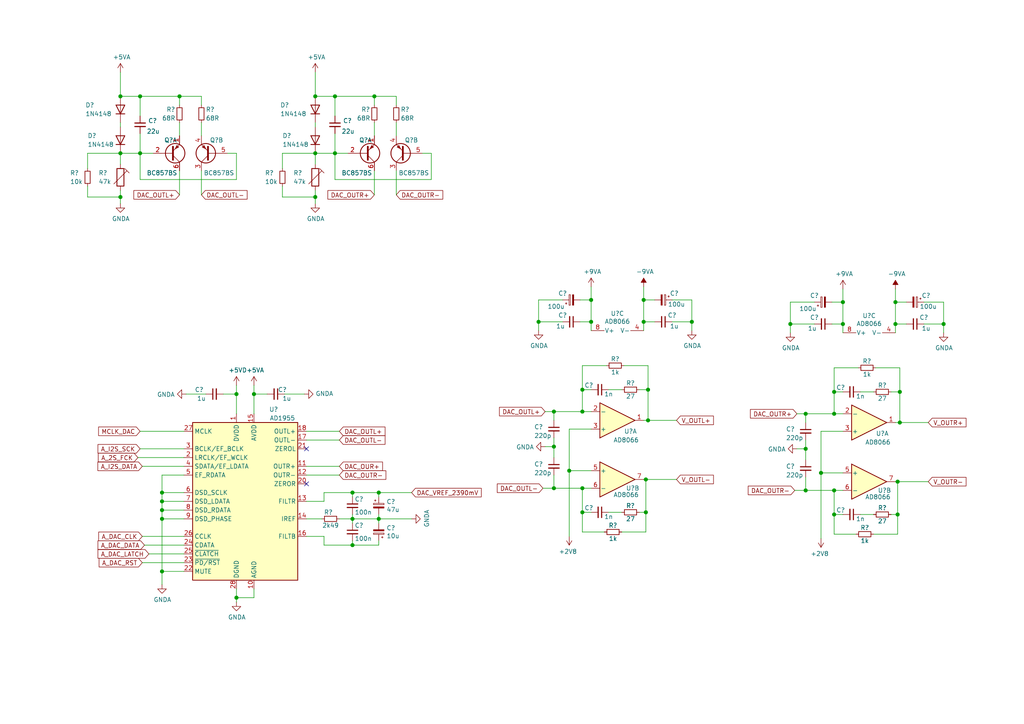
<source format=kicad_sch>
(kicad_sch (version 20210621) (generator eeschema)
  (paper "A4")
  (lib_symbols
    (symbol "DykoDAC3-rescue:+2V8-power" (power) (pin_names (offset 0))
      (property "Value" "+2V8-power" (at 0 3.556 0))
      (symbol "+2V8-power_0_1"
        (polyline (pts (xy -0.762 1.27) (xy 0 2.54)))
        (polyline (pts (xy 0 0) (xy 0 2.54)))
        (polyline (pts (xy 0 2.54) (xy 0.762 1.27)))
      )
      (symbol "+2V8-power_1_1"
        (pin power_in line (at 0 0 90) (length 0) hide (name "+2V8") (number "1"))
      )
    )
    (symbol "DykoDAC3-rescue:+5VA-power" (power) (pin_names (offset 0))
      (property "Value" "+5VA-power" (at 0 3.556 0))
      (symbol "+5VA-power_0_1"
        (polyline (pts (xy -0.762 1.27) (xy 0 2.54)))
        (polyline (pts (xy 0 0) (xy 0 2.54)))
        (polyline (pts (xy 0 2.54) (xy 0.762 1.27)))
      )
      (symbol "+5VA-power_1_1"
        (pin power_in line (at 0 0 90) (length 0) hide (name "+5VA") (number "1"))
      )
    )
    (symbol "DykoDAC3-rescue:+5VD-power" (power) (pin_names (offset 0))
      (property "Value" "+5VD-power" (at 0 3.556 0))
      (symbol "+5VD-power_0_1"
        (polyline (pts (xy -0.762 1.27) (xy 0 2.54)))
        (polyline (pts (xy 0 0) (xy 0 2.54)))
        (polyline (pts (xy 0 2.54) (xy 0.762 1.27)))
      )
      (symbol "+5VD-power_1_1"
        (pin power_in line (at 0 0 90) (length 0) hide (name "+5VD") (number "1"))
      )
    )
    (symbol "DykoDAC3-rescue:+9VA-power" (power) (pin_names (offset 0))
      (property "Value" "+9VA-power" (at 0 3.81 0))
      (symbol "+9VA-power_0_1"
        (polyline (pts (xy -0.762 1.27) (xy 0 2.54)))
        (polyline (pts (xy 0 0) (xy 0 2.54)))
        (polyline (pts (xy 0 2.54) (xy 0.762 1.27)))
      )
      (symbol "+9VA-power_1_1"
        (pin power_in line (at 0 0 90) (length 0) hide (name "+9VA") (number "1"))
      )
    )
    (symbol "DykoDAC3-rescue:-9VA-power" (power) (pin_names (offset 0))
      (property "Value" "-9VA-power" (at 0 3.81 0))
      (symbol "-9VA-power_0_1"
        (polyline (pts (xy 0 0) (xy 0 2.54)))
        (polyline (pts (xy 0.762 1.27) (xy -0.762 1.27) (xy 0 2.54) (xy 0.762 1.27)) (fill (type outline)))
      )
      (symbol "-9VA-power_1_1"
        (pin power_in line (at 0 0 90) (length 0) hide (name "-9VA") (number "1"))
      )
    )
    (symbol "DykoDAC3-rescue:AD1955-Audio"
      (property "Reference" "U" (at 11.43 26.67 0))
      (property "Value" "AD1955-Audio" (at 11.43 24.13 0))
      (symbol "AD1955-Audio_0_1"
        (rectangle (start -15.24 22.86) (end 15.24 -22.86) (stroke (width 0.254)) (fill (type background)))
      )
      (symbol "AD1955-Audio_1_1"
        (pin power_in line (at -2.54 25.4 270) (length 2.54) (name "DVDD") (number "1"))
        (pin power_in line (at 2.54 -25.4 90) (length 2.54) (name "AGND") (number "10"))
        (pin output line (at 17.78 10.16 180) (length 2.54) (name "OUTR+") (number "11"))
        (pin output line (at 17.78 7.62 180) (length 2.54) (name "OUTR-") (number "12"))
        (pin output line (at 17.78 0 180) (length 2.54) (name "FILTR") (number "13"))
        (pin passive line (at 17.78 -5.08 180) (length 2.54) (name "IREF") (number "14"))
        (pin power_in line (at 2.54 25.4 270) (length 2.54) (name "AVDD") (number "15"))
        (pin output line (at 17.78 -10.16 180) (length 2.54) (name "FILTB") (number "16"))
        (pin output line (at 17.78 17.78 180) (length 2.54) (name "OUTL-") (number "17"))
        (pin output line (at 17.78 20.32 180) (length 2.54) (name "OUTL+") (number "18"))
        (pin passive line (at 2.54 -25.4 90) (length 2.54) hide (name "AGND") (number "19"))
        (pin input line (at -17.78 12.7 0) (length 2.54) (name "LRCLK/EF_WCLK") (number "2"))
        (pin output line (at 17.78 5.08 180) (length 2.54) (name "ZEROR") (number "20"))
        (pin output line (at 17.78 15.24 180) (length 2.54) (name "ZEROL") (number "21"))
        (pin input line (at -17.78 -20.32 0) (length 2.54) (name "MUTE") (number "22"))
        (pin input line (at -17.78 -17.78 0) (length 2.54) (name "~{PD/RST}") (number "23"))
        (pin input line (at -17.78 -12.7 0) (length 2.54) (name "CDATA") (number "24"))
        (pin input line (at -17.78 -15.24 0) (length 2.54) (name "~{CLATCH}") (number "25"))
        (pin input line (at -17.78 -10.16 0) (length 2.54) (name "CCLK") (number "26"))
        (pin input line (at -17.78 20.32 0) (length 2.54) (name "MCLK") (number "27"))
        (pin power_in line (at -2.54 -25.4 90) (length 2.54) (name "DGND") (number "28"))
        (pin input line (at -17.78 15.24 0) (length 2.54) (name "BCLK/EF_BCLK") (number "3"))
        (pin input line (at -17.78 10.16 0) (length 2.54) (name "SDATA/EF_LDATA") (number "4"))
        (pin input line (at -17.78 7.62 0) (length 2.54) (name "EF_RDATA") (number "5"))
        (pin bidirectional line (at -17.78 2.54 0) (length 2.54) (name "DSD_SCLK") (number "6"))
        (pin input line (at -17.78 0 0) (length 2.54) (name "DSD_LDATA") (number "7"))
        (pin input line (at -17.78 -2.54 0) (length 2.54) (name "DSD_RDATA") (number "8"))
        (pin bidirectional line (at -17.78 -5.08 0) (length 2.54) (name "DSD_PHASE") (number "9"))
      )
    )
    (symbol "DykoDAC3-rescue:AD8620-Amplifier_Operational" (pin_names (offset 0.127))
      (property "Reference" "U" (at 0 5.08 0))
      (property "Value" "AD8620-Amplifier_Operational" (at 0 -5.08 0))
      (symbol "AD8620-Amplifier_Operational_1_1"
        (polyline (pts (xy -5.08 5.08) (xy 5.08 0) (xy -5.08 -5.08) (xy -5.08 5.08)) (stroke (width 0.254)) (fill (type background)))
        (pin output line (at 7.62 0 180) (length 2.54) (name "~") (number "1"))
        (pin input line (at -7.62 -2.54 0) (length 2.54) (name "-") (number "2"))
        (pin input line (at -7.62 2.54 0) (length 2.54) (name "+") (number "3"))
      )
      (symbol "AD8620-Amplifier_Operational_2_1"
        (polyline (pts (xy -5.08 5.08) (xy 5.08 0) (xy -5.08 -5.08) (xy -5.08 5.08)) (stroke (width 0.254)) (fill (type background)))
        (pin input line (at -7.62 2.54 0) (length 2.54) (name "+") (number "5"))
        (pin input line (at -7.62 -2.54 0) (length 2.54) (name "-") (number "6"))
        (pin output line (at 7.62 0 180) (length 2.54) (name "~") (number "7"))
      )
      (symbol "AD8620-Amplifier_Operational_3_1"
        (pin power_in line (at -2.54 -7.62 90) (length 3.81) (name "V-") (number "4"))
        (pin power_in line (at -2.54 7.62 270) (length 3.81) (name "V+") (number "8"))
      )
    )
    (symbol "DykoDAC3-rescue:BC857BS-Transistor_BJT" (pin_names (offset 0) hide)
      (property "Reference" "Q" (at 5.08 1.27 0))
      (property "Value" "BC857BS-Transistor_BJT" (at 5.08 -1.27 0))
      (symbol "BC857BS-Transistor_BJT_0_1"
        (circle (center 1.27 0) (radius 2.8194) (stroke (width 0.254)))
        (polyline (pts (xy 0.635 0) (xy -2.54 0)))
        (polyline (pts (xy 0.635 0.635) (xy 2.54 2.54)))
        (polyline (pts (xy 0.635 -0.635) (xy 2.54 -2.54) (xy 2.54 -2.54)))
        (polyline (pts (xy 0.635 1.905) (xy 0.635 -1.905) (xy 0.635 -1.905)) (stroke (width 0.508)))
        (polyline (pts (xy 2.286 -1.778) (xy 1.778 -2.286) (xy 1.27 -1.27) (xy 2.286 -1.778) (xy 2.286 -1.778)) (fill (type outline)))
      )
      (symbol "BC857BS-Transistor_BJT_1_1"
        (pin passive line (at 2.54 -5.08 90) (length 2.54) (name "E1") (number "1"))
        (pin input line (at -5.08 0 0) (length 2.54) (name "B1") (number "2"))
        (pin passive line (at 2.54 5.08 270) (length 2.54) (name "C1") (number "6"))
      )
      (symbol "BC857BS-Transistor_BJT_2_1"
        (pin passive line (at 2.54 5.08 270) (length 2.54) (name "C2") (number "3"))
        (pin passive line (at 2.54 -5.08 90) (length 2.54) (name "E2") (number "4"))
        (pin input line (at -5.08 0 0) (length 2.54) (name "B2") (number "5"))
      )
    )
    (symbol "DykoDAC3-rescue:CP_Small-Device" (pin_numbers hide) (pin_names (offset 0.254) hide)
      (property "Reference" "C" (at 0.254 1.778 0))
      (property "Value" "CP_Small-Device" (at 0.254 -2.032 0))
      (symbol "CP_Small-Device_0_1"
        (rectangle (start -1.524 0.6858) (end 1.524 0.3048))
        (rectangle (start -1.524 -0.3048) (end 1.524 -0.6858) (fill (type outline)))
        (polyline (pts (xy -1.27 1.524) (xy -0.762 1.524)))
        (polyline (pts (xy -1.016 1.27) (xy -1.016 1.778)))
      )
      (symbol "CP_Small-Device_1_1"
        (pin passive line (at 0 2.54 270) (length 1.8542) (name "~") (number "1"))
        (pin passive line (at 0 -2.54 90) (length 1.8542) (name "~") (number "2"))
      )
    )
    (symbol "DykoDAC3-rescue:C_Small-Device" (pin_numbers hide) (pin_names (offset 0.254) hide)
      (property "Reference" "C" (at 0.254 1.778 0))
      (property "Value" "C_Small-Device" (at 0.254 -2.032 0))
      (symbol "C_Small-Device_0_1"
        (polyline (pts (xy -1.524 -0.508) (xy 1.524 -0.508)) (stroke (width 0.3302)))
        (polyline (pts (xy -1.524 0.508) (xy 1.524 0.508)) (stroke (width 0.3048)))
      )
      (symbol "C_Small-Device_1_1"
        (pin passive line (at 0 2.54 270) (length 2.032) (name "~") (number "1"))
        (pin passive line (at 0 -2.54 90) (length 2.032) (name "~") (number "2"))
      )
    )
    (symbol "DykoDAC3-rescue:D-Device" (pin_numbers hide) (pin_names (offset 1.016) hide)
      (property "Reference" "D" (at 0 2.54 0))
      (property "Value" "D-Device" (at 0 -2.54 0))
      (symbol "D-Device_0_1"
        (polyline (pts (xy -1.27 1.27) (xy -1.27 -1.27)) (stroke (width 0.254)))
        (polyline (pts (xy 1.27 0) (xy -1.27 0)))
        (polyline (pts (xy 1.27 1.27) (xy 1.27 -1.27) (xy -1.27 0) (xy 1.27 1.27)) (stroke (width 0.254)))
      )
      (symbol "D-Device_1_1"
        (pin passive line (at -3.81 0 0) (length 2.54) (name "K") (number "1"))
        (pin passive line (at 3.81 0 180) (length 2.54) (name "A") (number "2"))
      )
    )
    (symbol "DykoDAC3-rescue:GNDA-power" (power) (pin_names (offset 0))
      (property "Value" "GNDA-power" (at 0 -3.81 0))
      (symbol "GNDA-power_0_1"
        (polyline (pts (xy 0 0) (xy 0 -1.27) (xy 1.27 -1.27) (xy 0 -2.54) (xy -1.27 -1.27) (xy 0 -1.27)))
      )
      (symbol "GNDA-power_1_1"
        (pin power_in line (at 0 0 270) (length 0) hide (name "GNDA") (number "1"))
      )
    )
    (symbol "DykoDAC3-rescue:RTRIM-Device" (pin_numbers hide) (pin_names (offset 0))
      (property "Reference" "R" (at 2.54 -2.54 90))
      (property "Value" "RTRIM-Device" (at -2.54 -0.635 90))
      (symbol "RTRIM-Device_0_1"
        (rectangle (start -1.016 -2.54) (end 1.016 2.54) (stroke (width 0.254)))
        (polyline (pts (xy -1.905 -1.905) (xy 1.905 1.905) (xy 2.54 1.27) (xy 1.27 2.54)))
      )
      (symbol "RTRIM-Device_1_1"
        (pin passive line (at 0 3.81 270) (length 1.27) (name "~") (number "1"))
        (pin passive line (at 0 -3.81 90) (length 1.27) (name "~") (number "2"))
      )
    )
    (symbol "DykoDAC3-rescue:R_Small-Device" (pin_numbers hide) (pin_names (offset 0.254) hide)
      (property "Reference" "R" (at 0.762 0.508 0))
      (property "Value" "R_Small-Device" (at 0.762 -1.016 0))
      (symbol "R_Small-Device_0_1"
        (rectangle (start -0.762 1.778) (end 0.762 -1.778) (stroke (width 0.2032)))
      )
      (symbol "R_Small-Device_1_1"
        (pin passive line (at 0 2.54 270) (length 0.762) (name "~") (number "1"))
        (pin passive line (at 0 -2.54 90) (length 0.762) (name "~") (number "2"))
      )
    )
  )
  (junction (at 34.925 27.94) (diameter 1.016))
  (junction (at 34.925 44.45) (diameter 1.016))
  (junction (at 34.925 57.15) (diameter 1.016))
  (junction (at 40.64 27.94) (diameter 1.016))
  (junction (at 40.64 44.45) (diameter 1.016))
  (junction (at 46.99 142.875) (diameter 1.016))
  (junction (at 46.99 145.415) (diameter 1.016))
  (junction (at 46.99 147.955) (diameter 1.016))
  (junction (at 46.99 150.495) (diameter 1.016))
  (junction (at 46.99 165.735) (diameter 1.016))
  (junction (at 52.07 27.94) (diameter 1.016))
  (junction (at 68.58 114.3) (diameter 1.016))
  (junction (at 68.58 173.355) (diameter 1.016))
  (junction (at 73.66 114.3) (diameter 1.016))
  (junction (at 91.44 27.94) (diameter 1.016))
  (junction (at 91.44 44.45) (diameter 1.016))
  (junction (at 91.44 57.15) (diameter 1.016))
  (junction (at 97.155 27.94) (diameter 1.016))
  (junction (at 97.155 44.45) (diameter 1.016))
  (junction (at 102.235 142.875) (diameter 1.016))
  (junction (at 102.235 150.495) (diameter 1.016))
  (junction (at 102.235 158.115) (diameter 1.016))
  (junction (at 108.585 27.94) (diameter 1.016))
  (junction (at 109.855 142.875) (diameter 1.016))
  (junction (at 109.855 150.495) (diameter 1.016))
  (junction (at 156.21 93.345) (diameter 1.016))
  (junction (at 160.655 119.38) (diameter 1.016))
  (junction (at 160.655 129.54) (diameter 1.016))
  (junction (at 160.655 141.605) (diameter 1.016))
  (junction (at 165.1 136.525) (diameter 1.016))
  (junction (at 168.91 113.03) (diameter 1.016))
  (junction (at 168.91 119.38) (diameter 1.016))
  (junction (at 168.91 141.605) (diameter 1.016))
  (junction (at 168.91 148.59) (diameter 1.016))
  (junction (at 171.45 86.995) (diameter 1.016))
  (junction (at 171.45 93.345) (diameter 1.016))
  (junction (at 186.69 86.995) (diameter 1.016))
  (junction (at 186.69 93.345) (diameter 1.016))
  (junction (at 187.325 139.065) (diameter 1.016))
  (junction (at 187.325 148.59) (diameter 1.016))
  (junction (at 187.96 113.03) (diameter 1.016))
  (junction (at 187.96 121.92) (diameter 1.016))
  (junction (at 200.66 93.345) (diameter 1.016))
  (junction (at 229.235 93.98) (diameter 1.016))
  (junction (at 233.68 120.015) (diameter 1.016))
  (junction (at 233.68 130.175) (diameter 1.016))
  (junction (at 233.68 142.24) (diameter 1.016))
  (junction (at 238.125 137.16) (diameter 1.016))
  (junction (at 241.935 113.665) (diameter 1.016))
  (junction (at 241.935 120.015) (diameter 1.016))
  (junction (at 241.935 142.24) (diameter 1.016))
  (junction (at 241.935 149.225) (diameter 1.016))
  (junction (at 244.475 87.63) (diameter 1.016))
  (junction (at 244.475 93.98) (diameter 1.016))
  (junction (at 259.715 87.63) (diameter 1.016))
  (junction (at 259.715 93.98) (diameter 1.016))
  (junction (at 260.35 139.7) (diameter 1.016))
  (junction (at 260.35 149.225) (diameter 1.016))
  (junction (at 260.985 113.665) (diameter 1.016))
  (junction (at 260.985 122.555) (diameter 1.016))
  (junction (at 273.685 93.98) (diameter 1.016))
  (no_connect (at 88.9 130.175))
  (no_connect (at 88.9 140.335))
  (wire (pts (xy 25.4 44.45) (xy 34.925 44.45)))
  (wire (pts (xy 25.4 48.895) (xy 25.4 44.45)))
  (wire (pts (xy 25.4 53.975) (xy 25.4 57.15)))
  (wire (pts (xy 25.4 57.15) (xy 34.925 57.15)))
  (wire (pts (xy 34.925 20.955) (xy 34.925 27.94)))
  (wire (pts (xy 34.925 27.94) (xy 40.64 27.94)))
  (wire (pts (xy 34.925 36.83) (xy 34.925 35.56)))
  (wire (pts (xy 34.925 44.45) (xy 34.925 47.625)))
  (wire (pts (xy 34.925 55.245) (xy 34.925 57.15)))
  (wire (pts (xy 34.925 57.15) (xy 34.925 59.055)))
  (wire (pts (xy 40.64 27.94) (xy 52.07 27.94)))
  (wire (pts (xy 40.64 33.655) (xy 40.64 27.94)))
  (wire (pts (xy 40.64 38.735) (xy 40.64 44.45)))
  (wire (pts (xy 40.64 44.45) (xy 34.925 44.45)))
  (wire (pts (xy 40.64 44.45) (xy 44.45 44.45)))
  (wire (pts (xy 40.64 52.07) (xy 40.64 44.45)))
  (wire (pts (xy 40.64 125.095) (xy 53.34 125.095)))
  (wire (pts (xy 41.275 135.255) (xy 53.34 135.255)))
  (wire (pts (xy 41.275 155.575) (xy 53.34 155.575)))
  (wire (pts (xy 43.18 160.655) (xy 53.34 160.655)))
  (wire (pts (xy 46.99 137.795) (xy 46.99 142.875)))
  (wire (pts (xy 46.99 142.875) (xy 46.99 145.415)))
  (wire (pts (xy 46.99 145.415) (xy 46.99 147.955)))
  (wire (pts (xy 46.99 147.955) (xy 46.99 150.495)))
  (wire (pts (xy 46.99 150.495) (xy 46.99 165.735)))
  (wire (pts (xy 46.99 165.735) (xy 53.34 165.735)))
  (wire (pts (xy 46.99 169.545) (xy 46.99 165.735)))
  (wire (pts (xy 52.07 27.94) (xy 58.42 27.94)))
  (wire (pts (xy 52.07 30.48) (xy 52.07 27.94)))
  (wire (pts (xy 52.07 35.56) (xy 52.07 39.37)))
  (wire (pts (xy 52.07 49.53) (xy 52.07 56.515)))
  (wire (pts (xy 53.34 130.175) (xy 40.64 130.175)))
  (wire (pts (xy 53.34 132.715) (xy 40.005 132.715)))
  (wire (pts (xy 53.34 137.795) (xy 46.99 137.795)))
  (wire (pts (xy 53.34 142.875) (xy 46.99 142.875)))
  (wire (pts (xy 53.34 145.415) (xy 46.99 145.415)))
  (wire (pts (xy 53.34 147.955) (xy 46.99 147.955)))
  (wire (pts (xy 53.34 150.495) (xy 46.99 150.495)))
  (wire (pts (xy 53.34 158.115) (xy 41.91 158.115)))
  (wire (pts (xy 53.34 163.195) (xy 41.275 163.195)))
  (wire (pts (xy 58.42 27.94) (xy 58.42 30.48)))
  (wire (pts (xy 58.42 35.56) (xy 58.42 39.37)))
  (wire (pts (xy 58.42 49.53) (xy 58.42 56.515)))
  (wire (pts (xy 59.69 114.3) (xy 53.975 114.3)))
  (wire (pts (xy 64.77 114.3) (xy 68.58 114.3)))
  (wire (pts (xy 66.04 44.45) (xy 68.58 44.45)))
  (wire (pts (xy 68.58 44.45) (xy 68.58 52.07)))
  (wire (pts (xy 68.58 52.07) (xy 40.64 52.07)))
  (wire (pts (xy 68.58 114.3) (xy 68.58 111.76)))
  (wire (pts (xy 68.58 120.015) (xy 68.58 114.3)))
  (wire (pts (xy 68.58 170.815) (xy 68.58 173.355)))
  (wire (pts (xy 68.58 173.355) (xy 68.58 174.625)))
  (wire (pts (xy 73.66 114.3) (xy 73.66 111.76)))
  (wire (pts (xy 73.66 120.015) (xy 73.66 114.3)))
  (wire (pts (xy 73.66 170.815) (xy 73.66 173.355)))
  (wire (pts (xy 73.66 173.355) (xy 68.58 173.355)))
  (wire (pts (xy 77.47 114.3) (xy 73.66 114.3)))
  (wire (pts (xy 81.915 44.45) (xy 91.44 44.45)))
  (wire (pts (xy 81.915 48.895) (xy 81.915 44.45)))
  (wire (pts (xy 81.915 53.975) (xy 81.915 57.15)))
  (wire (pts (xy 81.915 57.15) (xy 91.44 57.15)))
  (wire (pts (xy 82.55 114.3) (xy 88.265 114.3)))
  (wire (pts (xy 88.9 135.255) (xy 98.425 135.255)))
  (wire (pts (xy 88.9 145.415) (xy 93.98 145.415)))
  (wire (pts (xy 88.9 155.575) (xy 93.98 155.575)))
  (wire (pts (xy 91.44 20.955) (xy 91.44 27.94)))
  (wire (pts (xy 91.44 27.94) (xy 97.155 27.94)))
  (wire (pts (xy 91.44 36.83) (xy 91.44 35.56)))
  (wire (pts (xy 91.44 44.45) (xy 91.44 47.625)))
  (wire (pts (xy 91.44 55.245) (xy 91.44 57.15)))
  (wire (pts (xy 91.44 57.15) (xy 91.44 59.055)))
  (wire (pts (xy 93.345 150.495) (xy 88.9 150.495)))
  (wire (pts (xy 93.98 142.875) (xy 102.235 142.875)))
  (wire (pts (xy 93.98 145.415) (xy 93.98 142.875)))
  (wire (pts (xy 93.98 155.575) (xy 93.98 158.115)))
  (wire (pts (xy 93.98 158.115) (xy 102.235 158.115)))
  (wire (pts (xy 97.155 27.94) (xy 108.585 27.94)))
  (wire (pts (xy 97.155 33.655) (xy 97.155 27.94)))
  (wire (pts (xy 97.155 38.735) (xy 97.155 44.45)))
  (wire (pts (xy 97.155 44.45) (xy 91.44 44.45)))
  (wire (pts (xy 97.155 44.45) (xy 100.965 44.45)))
  (wire (pts (xy 97.155 52.07) (xy 97.155 44.45)))
  (wire (pts (xy 98.425 125.095) (xy 88.9 125.095)))
  (wire (pts (xy 98.425 127.635) (xy 88.9 127.635)))
  (wire (pts (xy 98.425 137.795) (xy 88.9 137.795)))
  (wire (pts (xy 98.425 150.495) (xy 102.235 150.495)))
  (wire (pts (xy 102.235 142.875) (xy 109.855 142.875)))
  (wire (pts (xy 102.235 144.145) (xy 102.235 142.875)))
  (wire (pts (xy 102.235 149.225) (xy 102.235 150.495)))
  (wire (pts (xy 102.235 150.495) (xy 109.855 150.495)))
  (wire (pts (xy 102.235 151.765) (xy 102.235 150.495)))
  (wire (pts (xy 102.235 156.845) (xy 102.235 158.115)))
  (wire (pts (xy 102.235 158.115) (xy 109.855 158.115)))
  (wire (pts (xy 108.585 27.94) (xy 114.935 27.94)))
  (wire (pts (xy 108.585 30.48) (xy 108.585 27.94)))
  (wire (pts (xy 108.585 35.56) (xy 108.585 39.37)))
  (wire (pts (xy 108.585 49.53) (xy 108.585 56.515)))
  (wire (pts (xy 109.855 142.875) (xy 119.38 142.875)))
  (wire (pts (xy 109.855 144.145) (xy 109.855 142.875)))
  (wire (pts (xy 109.855 149.225) (xy 109.855 150.495)))
  (wire (pts (xy 109.855 150.495) (xy 119.38 150.495)))
  (wire (pts (xy 109.855 151.765) (xy 109.855 150.495)))
  (wire (pts (xy 109.855 156.845) (xy 109.855 158.115)))
  (wire (pts (xy 114.935 27.94) (xy 114.935 30.48)))
  (wire (pts (xy 114.935 35.56) (xy 114.935 39.37)))
  (wire (pts (xy 114.935 49.53) (xy 114.935 56.515)))
  (wire (pts (xy 122.555 44.45) (xy 125.095 44.45)))
  (wire (pts (xy 125.095 44.45) (xy 125.095 52.07)))
  (wire (pts (xy 125.095 52.07) (xy 97.155 52.07)))
  (wire (pts (xy 156.21 86.995) (xy 156.21 93.345)))
  (wire (pts (xy 156.21 93.345) (xy 156.21 95.885)))
  (wire (pts (xy 157.48 141.605) (xy 160.655 141.605)))
  (wire (pts (xy 158.115 119.38) (xy 160.655 119.38)))
  (wire (pts (xy 158.115 129.54) (xy 160.655 129.54)))
  (wire (pts (xy 160.655 119.38) (xy 168.91 119.38)))
  (wire (pts (xy 160.655 121.92) (xy 160.655 119.38)))
  (wire (pts (xy 160.655 127) (xy 160.655 129.54)))
  (wire (pts (xy 160.655 129.54) (xy 160.655 132.715)))
  (wire (pts (xy 160.655 137.795) (xy 160.655 141.605)))
  (wire (pts (xy 160.655 141.605) (xy 168.91 141.605)))
  (wire (pts (xy 163.195 86.995) (xy 156.21 86.995)))
  (wire (pts (xy 163.195 93.345) (xy 156.21 93.345)))
  (wire (pts (xy 165.1 124.46) (xy 165.1 136.525)))
  (wire (pts (xy 165.1 136.525) (xy 165.1 155.575)))
  (wire (pts (xy 168.275 86.995) (xy 171.45 86.995)))
  (wire (pts (xy 168.275 93.345) (xy 171.45 93.345)))
  (wire (pts (xy 168.91 106.045) (xy 168.91 113.03)))
  (wire (pts (xy 168.91 113.03) (xy 168.91 119.38)))
  (wire (pts (xy 168.91 119.38) (xy 171.45 119.38)))
  (wire (pts (xy 168.91 141.605) (xy 171.45 141.605)))
  (wire (pts (xy 168.91 148.59) (xy 168.91 141.605)))
  (wire (pts (xy 168.91 148.59) (xy 171.45 148.59)))
  (wire (pts (xy 168.91 154.305) (xy 168.91 148.59)))
  (wire (pts (xy 168.91 154.305) (xy 175.26 154.305)))
  (wire (pts (xy 171.45 83.185) (xy 171.45 86.995)))
  (wire (pts (xy 171.45 86.995) (xy 171.45 93.345)))
  (wire (pts (xy 171.45 93.345) (xy 171.45 95.885)))
  (wire (pts (xy 171.45 113.03) (xy 168.91 113.03)))
  (wire (pts (xy 171.45 124.46) (xy 165.1 124.46)))
  (wire (pts (xy 171.45 136.525) (xy 165.1 136.525)))
  (wire (pts (xy 175.895 106.045) (xy 168.91 106.045)))
  (wire (pts (xy 180.34 113.03) (xy 176.53 113.03)))
  (wire (pts (xy 180.34 148.59) (xy 176.53 148.59)))
  (wire (pts (xy 180.34 154.305) (xy 187.325 154.305)))
  (wire (pts (xy 180.975 106.045) (xy 187.96 106.045)))
  (wire (pts (xy 185.42 113.03) (xy 187.96 113.03)))
  (wire (pts (xy 185.42 148.59) (xy 187.325 148.59)))
  (wire (pts (xy 186.69 83.185) (xy 186.69 86.995)))
  (wire (pts (xy 186.69 86.995) (xy 186.69 93.345)))
  (wire (pts (xy 186.69 93.345) (xy 186.69 95.885)))
  (wire (pts (xy 186.69 121.92) (xy 187.96 121.92)))
  (wire (pts (xy 186.69 139.065) (xy 187.325 139.065)))
  (wire (pts (xy 187.325 139.065) (xy 196.215 139.065)))
  (wire (pts (xy 187.325 148.59) (xy 187.325 139.065)))
  (wire (pts (xy 187.325 154.305) (xy 187.325 148.59)))
  (wire (pts (xy 187.96 106.045) (xy 187.96 113.03)))
  (wire (pts (xy 187.96 113.03) (xy 187.96 121.92)))
  (wire (pts (xy 187.96 121.92) (xy 196.215 121.92)))
  (wire (pts (xy 189.865 86.995) (xy 186.69 86.995)))
  (wire (pts (xy 189.865 93.345) (xy 186.69 93.345)))
  (wire (pts (xy 194.945 86.995) (xy 200.66 86.995)))
  (wire (pts (xy 194.945 93.345) (xy 200.66 93.345)))
  (wire (pts (xy 200.66 86.995) (xy 200.66 93.345)))
  (wire (pts (xy 200.66 93.345) (xy 200.66 95.885)))
  (wire (pts (xy 229.235 87.63) (xy 229.235 93.98)))
  (wire (pts (xy 229.235 93.98) (xy 229.235 96.52)))
  (wire (pts (xy 230.505 142.24) (xy 233.68 142.24)))
  (wire (pts (xy 231.14 120.015) (xy 233.68 120.015)))
  (wire (pts (xy 231.14 130.175) (xy 233.68 130.175)))
  (wire (pts (xy 233.68 120.015) (xy 241.935 120.015)))
  (wire (pts (xy 233.68 122.555) (xy 233.68 120.015)))
  (wire (pts (xy 233.68 127.635) (xy 233.68 130.175)))
  (wire (pts (xy 233.68 130.175) (xy 233.68 133.35)))
  (wire (pts (xy 233.68 138.43) (xy 233.68 142.24)))
  (wire (pts (xy 233.68 142.24) (xy 241.935 142.24)))
  (wire (pts (xy 236.22 87.63) (xy 229.235 87.63)))
  (wire (pts (xy 236.22 93.98) (xy 229.235 93.98)))
  (wire (pts (xy 238.125 125.095) (xy 238.125 137.16)))
  (wire (pts (xy 238.125 137.16) (xy 238.125 156.21)))
  (wire (pts (xy 241.3 87.63) (xy 244.475 87.63)))
  (wire (pts (xy 241.3 93.98) (xy 244.475 93.98)))
  (wire (pts (xy 241.935 106.68) (xy 241.935 113.665)))
  (wire (pts (xy 241.935 113.665) (xy 241.935 120.015)))
  (wire (pts (xy 241.935 120.015) (xy 244.475 120.015)))
  (wire (pts (xy 241.935 142.24) (xy 244.475 142.24)))
  (wire (pts (xy 241.935 149.225) (xy 241.935 142.24)))
  (wire (pts (xy 241.935 149.225) (xy 244.475 149.225)))
  (wire (pts (xy 241.935 154.94) (xy 241.935 149.225)))
  (wire (pts (xy 241.935 154.94) (xy 248.285 154.94)))
  (wire (pts (xy 244.475 83.82) (xy 244.475 87.63)))
  (wire (pts (xy 244.475 87.63) (xy 244.475 93.98)))
  (wire (pts (xy 244.475 93.98) (xy 244.475 96.52)))
  (wire (pts (xy 244.475 113.665) (xy 241.935 113.665)))
  (wire (pts (xy 244.475 125.095) (xy 238.125 125.095)))
  (wire (pts (xy 244.475 137.16) (xy 238.125 137.16)))
  (wire (pts (xy 248.92 106.68) (xy 241.935 106.68)))
  (wire (pts (xy 253.365 113.665) (xy 249.555 113.665)))
  (wire (pts (xy 253.365 149.225) (xy 249.555 149.225)))
  (wire (pts (xy 253.365 154.94) (xy 260.35 154.94)))
  (wire (pts (xy 254 106.68) (xy 260.985 106.68)))
  (wire (pts (xy 258.445 113.665) (xy 260.985 113.665)))
  (wire (pts (xy 258.445 149.225) (xy 260.35 149.225)))
  (wire (pts (xy 259.715 83.82) (xy 259.715 87.63)))
  (wire (pts (xy 259.715 87.63) (xy 259.715 93.98)))
  (wire (pts (xy 259.715 93.98) (xy 259.715 96.52)))
  (wire (pts (xy 259.715 122.555) (xy 260.985 122.555)))
  (wire (pts (xy 259.715 139.7) (xy 260.35 139.7)))
  (wire (pts (xy 260.35 139.7) (xy 269.24 139.7)))
  (wire (pts (xy 260.35 149.225) (xy 260.35 139.7)))
  (wire (pts (xy 260.35 154.94) (xy 260.35 149.225)))
  (wire (pts (xy 260.985 106.68) (xy 260.985 113.665)))
  (wire (pts (xy 260.985 113.665) (xy 260.985 122.555)))
  (wire (pts (xy 260.985 122.555) (xy 269.24 122.555)))
  (wire (pts (xy 262.89 87.63) (xy 259.715 87.63)))
  (wire (pts (xy 262.89 93.98) (xy 259.715 93.98)))
  (wire (pts (xy 267.97 87.63) (xy 273.685 87.63)))
  (wire (pts (xy 267.97 93.98) (xy 273.685 93.98)))
  (wire (pts (xy 273.685 87.63) (xy 273.685 93.98)))
  (wire (pts (xy 273.685 93.98) (xy 273.685 96.52)))
  (global_label "A_2S_FCK" (shape input) (at 40.005 132.715 180) (property "Intersheet References" "${INTERSHEET_REFS}" (effects hide)))
  (global_label "MCLK_DAC" (shape input) (at 40.64 125.095 180) (property "Intersheet References" "${INTERSHEET_REFS}" (effects hide)))
  (global_label "A_I2S_SCK" (shape input) (at 40.64 130.175 180) (property "Intersheet References" "${INTERSHEET_REFS}" (effects hide)))
  (global_label "A_I2S_DATA" (shape input) (at 41.275 135.255 180) (property "Intersheet References" "${INTERSHEET_REFS}" (effects hide)))
  (global_label "A_DAC_CLK" (shape input) (at 41.275 155.575 180) (property "Intersheet References" "${INTERSHEET_REFS}" (effects hide)))
  (global_label "A_DAC_RST" (shape input) (at 41.275 163.195 180) (property "Intersheet References" "${INTERSHEET_REFS}" (effects hide)))
  (global_label "A_DAC_DATA" (shape input) (at 41.91 158.115 180) (property "Intersheet References" "${INTERSHEET_REFS}" (effects hide)))
  (global_label "A_DAC_LATCH" (shape input) (at 43.18 160.655 180) (property "Intersheet References" "${INTERSHEET_REFS}" (effects hide)))
  (global_label "DAC_OUTL+" (shape input) (at 52.07 56.515 180) (property "Intersheet References" "${INTERSHEET_REFS}" (effects hide)))
  (global_label "DAC_OUTL-" (shape input) (at 58.42 56.515 0) (property "Intersheet References" "${INTERSHEET_REFS}" (effects hide)))
  (global_label "DAC_OUTL+" (shape input) (at 98.425 125.095 0) (property "Intersheet References" "${INTERSHEET_REFS}" (effects hide)))
  (global_label "DAC_OUTL-" (shape input) (at 98.425 127.635 0) (property "Intersheet References" "${INTERSHEET_REFS}" (effects hide)))
  (global_label "DAC_OUR+" (shape input) (at 98.425 135.255 0) (property "Intersheet References" "${INTERSHEET_REFS}" (effects hide)))
  (global_label "DAC_OUTR-" (shape input) (at 98.425 137.795 0) (property "Intersheet References" "${INTERSHEET_REFS}" (effects hide)))
  (global_label "DAC_OUTR+" (shape input) (at 108.585 56.515 180) (property "Intersheet References" "${INTERSHEET_REFS}" (effects hide)))
  (global_label "DAC_OUTR-" (shape input) (at 114.935 56.515 0) (property "Intersheet References" "${INTERSHEET_REFS}" (effects hide)))
  (global_label "DAC_VREF_2390mV" (shape input) (at 119.38 142.875 0) (property "Intersheet References" "${INTERSHEET_REFS}" (effects hide)))
  (global_label "DAC_OUTL-" (shape input) (at 157.48 141.605 180) (property "Intersheet References" "${INTERSHEET_REFS}" (effects hide)))
  (global_label "DAC_OUTL+" (shape input) (at 158.115 119.38 180) (property "Intersheet References" "${INTERSHEET_REFS}" (effects hide)))
  (global_label "V_OUTL+" (shape input) (at 196.215 121.92 0) (property "Intersheet References" "${INTERSHEET_REFS}" (effects hide)))
  (global_label "V_OUTL-" (shape input) (at 196.215 139.065 0) (property "Intersheet References" "${INTERSHEET_REFS}" (effects hide)))
  (global_label "DAC_OUTR-" (shape input) (at 230.505 142.24 180) (property "Intersheet References" "${INTERSHEET_REFS}" (effects hide)))
  (global_label "DAC_OUTR+" (shape input) (at 231.14 120.015 180) (property "Intersheet References" "${INTERSHEET_REFS}" (effects hide)))
  (global_label "V_OUTR+" (shape input) (at 269.24 122.555 0) (property "Intersheet References" "${INTERSHEET_REFS}" (effects hide)))
  (global_label "V_OUTR-" (shape input) (at 269.24 139.7 0) (property "Intersheet References" "${INTERSHEET_REFS}" (effects hide)))
  (symbol (lib_id "DykoDAC3-rescue:+5VA-power") (at 34.925 20.955 0) (unit 1)
    (property "Reference" "#PWR0123" (effects hide))
    (property "Value" "+5VA" (at 35.306 16.5608 0))
  )
  (symbol (lib_id "DykoDAC3-rescue:+5VD-power") (at 68.58 111.76 0) (unit 1)
    (property "Reference" "#PWR0118" (effects hide))
    (property "Value" "+5VD" (at 68.961 107.3658 0))
  )
  (symbol (lib_id "DykoDAC3-rescue:+5VA-power") (at 73.66 111.76 0) (unit 1)
    (property "Reference" "#PWR0120" (effects hide))
    (property "Value" "+5VA" (at 74.041 107.3658 0))
  )
  (symbol (lib_id "DykoDAC3-rescue:+5VA-power") (at 91.44 20.955 0) (unit 1)
    (property "Reference" "#PWR0122" (effects hide))
    (property "Value" "+5VA" (at 91.821 16.5608 0))
  )
  (symbol (lib_id "DykoDAC3-rescue:+2V8-power") (at 165.1 155.575 180) (unit 1)
    (property "Reference" "#PWR0117" (effects hide))
    (property "Value" "+2V8" (at 164.719 159.9692 0))
  )
  (symbol (lib_id "DykoDAC3-rescue:+9VA-power") (at 171.45 83.185 0) (unit 1)
    (property "Reference" "#PWR0136" (effects hide))
    (property "Value" "+9VA" (at 171.831 78.7908 0))
  )
  (symbol (lib_id "DykoDAC3-rescue:-9VA-power") (at 186.69 83.185 0) (unit 1)
    (property "Reference" "#PWR0135" (effects hide))
    (property "Value" "-9VA" (at 187.071 78.7908 0))
  )
  (symbol (lib_id "DykoDAC3-rescue:+2V8-power") (at 238.125 156.21 180) (unit 1)
    (property "Reference" "#PWR0127" (effects hide))
    (property "Value" "+2V8" (at 237.744 160.6042 0))
  )
  (symbol (lib_id "DykoDAC3-rescue:+9VA-power") (at 244.475 83.82 0) (unit 1)
    (property "Reference" "#PWR0133" (effects hide))
    (property "Value" "+9VA" (at 244.856 79.4258 0))
  )
  (symbol (lib_id "DykoDAC3-rescue:-9VA-power") (at 259.715 83.82 0) (unit 1)
    (property "Reference" "#PWR0134" (effects hide))
    (property "Value" "-9VA" (at 260.096 79.4258 0))
  )
  (symbol (lib_id "DykoDAC3-rescue:GNDA-power") (at 34.925 59.055 0) (unit 1)
    (property "Reference" "#PWR0124" (effects hide))
    (property "Value" "GNDA" (at 35.052 63.4492 0))
  )
  (symbol (lib_id "DykoDAC3-rescue:GNDA-power") (at 46.99 169.545 0) (unit 1)
    (property "Reference" "#PWR0115" (effects hide))
    (property "Value" "GNDA" (at 47.117 173.9392 0))
  )
  (symbol (lib_id "DykoDAC3-rescue:GNDA-power") (at 53.975 114.3 270) (unit 1)
    (property "Reference" "#PWR0119" (effects hide))
    (property "Value" "GNDA" (at 50.7238 114.427 90) (effects (justify right)))
  )
  (symbol (lib_id "DykoDAC3-rescue:GNDA-power") (at 68.58 174.625 0) (unit 1)
    (property "Reference" "#PWR0114" (effects hide))
    (property "Value" "GNDA" (at 68.707 179.0192 0))
  )
  (symbol (lib_id "DykoDAC3-rescue:GNDA-power") (at 88.265 114.3 90) (unit 1)
    (property "Reference" "#PWR0121" (effects hide))
    (property "Value" "GNDA" (at 91.5162 114.173 90) (effects (justify right)))
  )
  (symbol (lib_id "DykoDAC3-rescue:GNDA-power") (at 91.44 59.055 0) (unit 1)
    (property "Reference" "#PWR0126" (effects hide))
    (property "Value" "GNDA" (at 91.567 63.4492 0))
  )
  (symbol (lib_id "DykoDAC3-rescue:GNDA-power") (at 119.38 150.495 90) (unit 1)
    (property "Reference" "#PWR0116" (effects hide))
    (property "Value" "GNDA" (at 123.7742 150.368 0))
  )
  (symbol (lib_id "DykoDAC3-rescue:GNDA-power") (at 156.21 95.885 0) (unit 1)
    (property "Reference" "#PWR0129" (effects hide))
    (property "Value" "GNDA" (at 156.337 100.2792 0))
  )
  (symbol (lib_id "DykoDAC3-rescue:GNDA-power") (at 158.115 129.54 270) (unit 1)
    (property "Reference" "#PWR0125" (effects hide))
    (property "Value" "GNDA" (at 154.8892 129.667 90) (effects (justify right)))
  )
  (symbol (lib_id "DykoDAC3-rescue:GNDA-power") (at 200.66 95.885 0) (unit 1)
    (property "Reference" "#PWR0130" (effects hide))
    (property "Value" "GNDA" (at 200.787 100.2792 0))
  )
  (symbol (lib_id "DykoDAC3-rescue:GNDA-power") (at 229.235 96.52 0) (unit 1)
    (property "Reference" "#PWR0132" (effects hide))
    (property "Value" "GNDA" (at 229.362 100.9142 0))
  )
  (symbol (lib_id "DykoDAC3-rescue:GNDA-power") (at 231.14 130.175 270) (unit 1)
    (property "Reference" "#PWR0128" (effects hide))
    (property "Value" "GNDA" (at 227.9142 130.302 90) (effects (justify right)))
  )
  (symbol (lib_id "DykoDAC3-rescue:GNDA-power") (at 273.685 96.52 0) (unit 1)
    (property "Reference" "#PWR0131" (effects hide))
    (property "Value" "GNDA" (at 273.812 100.9142 0))
  )
  (symbol (lib_id "DykoDAC3-rescue:R_Small-Device") (at 25.4 51.435 0) (unit 1)
    (property "Reference" "R?" (at 20.32 50.165 0) (effects (justify left)))
    (property "Value" "10k" (at 20.32 52.705 0) (effects (justify left)))
  )
  (symbol (lib_id "DykoDAC3-rescue:R_Small-Device") (at 52.07 33.02 0) (unit 1)
    (property "Reference" "R?" (at 48.26 31.75 0) (effects (justify left)))
    (property "Value" "68R" (at 46.99 34.29 0) (effects (justify left)))
  )
  (symbol (lib_id "DykoDAC3-rescue:R_Small-Device") (at 58.42 33.02 0) (unit 1)
    (property "Reference" "R?" (at 59.69 31.75 0) (effects (justify left)))
    (property "Value" "68R" (at 59.69 34.29 0) (effects (justify left)))
  )
  (symbol (lib_id "DykoDAC3-rescue:R_Small-Device") (at 81.915 51.435 0) (unit 1)
    (property "Reference" "R?" (at 76.835 50.165 0) (effects (justify left)))
    (property "Value" "10k" (at 76.835 52.705 0) (effects (justify left)))
  )
  (symbol (lib_id "DykoDAC3-rescue:R_Small-Device") (at 95.885 150.495 270) (unit 1)
    (property "Reference" "R?" (at 95.25 148.59 90))
    (property "Value" "2k49" (at 95.885 152.4 90))
  )
  (symbol (lib_id "DykoDAC3-rescue:R_Small-Device") (at 108.585 33.02 0) (unit 1)
    (property "Reference" "R?" (at 104.775 31.75 0) (effects (justify left)))
    (property "Value" "68R" (at 103.505 34.29 0) (effects (justify left)))
  )
  (symbol (lib_id "DykoDAC3-rescue:R_Small-Device") (at 114.935 33.02 0) (unit 1)
    (property "Reference" "R?" (at 116.205 31.75 0) (effects (justify left)))
    (property "Value" "68R" (at 116.205 34.29 0) (effects (justify left)))
  )
  (symbol (lib_id "DykoDAC3-rescue:R_Small-Device") (at 177.8 154.305 270) (unit 1)
    (property "Reference" "R?" (at 177.8 152.4 90))
    (property "Value" "1k" (at 177.8 156.21 90))
  )
  (symbol (lib_id "DykoDAC3-rescue:R_Small-Device") (at 178.435 106.045 270) (unit 1)
    (property "Reference" "R?" (at 178.435 104.14 90))
    (property "Value" "1k" (at 178.435 107.95 90))
  )
  (symbol (lib_id "DykoDAC3-rescue:R_Small-Device") (at 182.88 113.03 270) (unit 1)
    (property "Reference" "R?" (at 182.88 111.125 90))
    (property "Value" "27" (at 182.88 114.935 90))
  )
  (symbol (lib_id "DykoDAC3-rescue:R_Small-Device") (at 182.88 148.59 270) (unit 1)
    (property "Reference" "R?" (at 182.88 146.685 90))
    (property "Value" "27" (at 182.88 150.495 90))
  )
  (symbol (lib_id "DykoDAC3-rescue:R_Small-Device") (at 250.825 154.94 270) (unit 1)
    (property "Reference" "R?" (at 250.825 153.035 90))
    (property "Value" "1k" (at 250.825 156.845 90))
  )
  (symbol (lib_id "DykoDAC3-rescue:R_Small-Device") (at 251.46 106.68 270) (unit 1)
    (property "Reference" "R?" (at 251.46 104.775 90))
    (property "Value" "1k" (at 251.46 108.585 90))
  )
  (symbol (lib_id "DykoDAC3-rescue:R_Small-Device") (at 255.905 113.665 270) (unit 1)
    (property "Reference" "R?" (at 255.905 111.76 90))
    (property "Value" "27" (at 255.905 115.57 90))
  )
  (symbol (lib_id "DykoDAC3-rescue:R_Small-Device") (at 255.905 149.225 270) (unit 1)
    (property "Reference" "R?" (at 255.905 147.32 90))
    (property "Value" "27" (at 255.905 151.13 90))
  )
  (symbol (lib_id "DykoDAC3-rescue:AD8620-Amplifier_Operational") (at 179.07 93.345 90) (unit 3)
    (property "Reference" "U?" (at 179.07 90.932 90))
    (property "Value" "AD8066" (at 179.07 93.2434 90))
    (property "Footprint" "Housings_SSOP:MSOP-8_3x3mm_Pitch0.65mm" (effects hide))
    (property "Datasheet" "https://www.analog.com/media/en/technical-documentation/data-sheets/AD8610_8620.pdf" (effects hide))
  )
  (symbol (lib_id "DykoDAC3-rescue:AD8620-Amplifier_Operational") (at 252.095 93.98 90) (unit 3)
    (property "Reference" "U?" (at 252.095 91.567 90))
    (property "Value" "AD8066" (at 252.095 93.8784 90))
    (property "Footprint" "Housings_SSOP:MSOP-8_3x3mm_Pitch0.65mm" (effects hide))
    (property "Datasheet" "https://www.analog.com/media/en/technical-documentation/data-sheets/AD8610_8620.pdf" (effects hide))
  )
  (symbol (lib_id "DykoDAC3-rescue:CP_Small-Device") (at 109.855 146.685 0) (unit 1)
    (property "Reference" "C?" (at 112.0902 145.5166 0) (effects (justify left)))
    (property "Value" "47u" (at 112.0902 147.828 0) (effects (justify left)))
  )
  (symbol (lib_id "DykoDAC3-rescue:CP_Small-Device") (at 109.855 154.305 180) (unit 1)
    (property "Reference" "C?" (at 112.0902 153.1366 0) (effects (justify right)))
    (property "Value" "10u" (at 112.0902 155.448 0) (effects (justify right)))
  )
  (symbol (lib_id "DykoDAC3-rescue:CP_Small-Device") (at 165.735 86.995 90) (unit 1)
    (property "Reference" "C?" (at 163.195 85.09 90))
    (property "Value" "100u" (at 161.29 88.9 90))
    (property "Footprint" "Capacitors_ThroughHole:CP_Radial_D6.3mm_P2.50mm" (effects hide))
  )
  (symbol (lib_id "DykoDAC3-rescue:CP_Small-Device") (at 192.405 86.995 270) (unit 1)
    (property "Reference" "C?" (at 195.58 85.09 90))
    (property "Value" "100u" (at 196.215 88.265 90))
    (property "Footprint" "Capacitors_ThroughHole:CP_Radial_D6.3mm_P2.50mm" (effects hide))
  )
  (symbol (lib_id "DykoDAC3-rescue:CP_Small-Device") (at 238.76 87.63 90) (unit 1)
    (property "Reference" "C?" (at 236.22 85.725 90))
    (property "Value" "100u" (at 234.315 89.535 90))
    (property "Footprint" "Capacitors_ThroughHole:CP_Radial_D6.3mm_P2.50mm" (effects hide))
  )
  (symbol (lib_id "DykoDAC3-rescue:CP_Small-Device") (at 265.43 87.63 270) (unit 1)
    (property "Reference" "C?" (at 268.605 85.725 90))
    (property "Value" "100u" (at 269.24 88.9 90))
    (property "Footprint" "Capacitors_ThroughHole:CP_Radial_D6.3mm_P2.50mm" (effects hide))
  )
  (symbol (lib_id "DykoDAC3-rescue:C_Small-Device") (at 40.64 36.195 0) (unit 1)
    (property "Reference" "C?" (at 42.9768 35.0266 0) (effects (justify left)))
    (property "Value" "22u" (at 42.545 38.1 0) (effects (justify left)))
  )
  (symbol (lib_id "DykoDAC3-rescue:C_Small-Device") (at 62.23 114.3 90) (unit 1)
    (property "Reference" "C?" (at 57.785 113.03 90))
    (property "Value" "1u" (at 58.42 115.57 90))
  )
  (symbol (lib_id "DykoDAC3-rescue:C_Small-Device") (at 80.01 114.3 270) (unit 1)
    (property "Reference" "C?" (at 81.915 113.03 90))
    (property "Value" "1u" (at 83.185 115.57 90))
  )
  (symbol (lib_id "DykoDAC3-rescue:C_Small-Device") (at 97.155 36.195 0) (unit 1)
    (property "Reference" "C?" (at 99.4918 35.0266 0) (effects (justify left)))
    (property "Value" "22u" (at 99.06 38.1 0) (effects (justify left)))
  )
  (symbol (lib_id "DykoDAC3-rescue:C_Small-Device") (at 102.235 146.685 0) (unit 1)
    (property "Reference" "C?" (at 102.87 144.78 0) (effects (justify left)))
    (property "Value" "100n" (at 102.87 148.59 0) (effects (justify left)))
  )
  (symbol (lib_id "DykoDAC3-rescue:C_Small-Device") (at 102.235 154.305 0) (unit 1)
    (property "Reference" "C?" (at 102.87 152.4 0) (effects (justify left)))
    (property "Value" "100n" (at 102.87 156.21 0) (effects (justify left)))
  )
  (symbol (lib_id "DykoDAC3-rescue:C_Small-Device") (at 160.655 124.46 0) (unit 1)
    (property "Reference" "C?" (at 154.94 123.825 0) (effects (justify left)))
    (property "Value" "220p" (at 154.94 126.365 0) (effects (justify left)))
  )
  (symbol (lib_id "DykoDAC3-rescue:C_Small-Device") (at 160.655 135.255 0) (unit 1)
    (property "Reference" "C?" (at 154.94 134.62 0) (effects (justify left)))
    (property "Value" "220p" (at 154.94 137.16 0) (effects (justify left)))
  )
  (symbol (lib_id "DykoDAC3-rescue:C_Small-Device") (at 165.735 93.345 270) (unit 1)
    (property "Reference" "C?" (at 163.195 91.44 90))
    (property "Value" "1u" (at 162.56 94.615 90))
  )
  (symbol (lib_id "DykoDAC3-rescue:C_Small-Device") (at 173.99 113.03 270) (unit 1)
    (property "Reference" "C?" (at 170.815 111.76 90))
    (property "Value" "1n" (at 176.53 114.3 90))
  )
  (symbol (lib_id "DykoDAC3-rescue:C_Small-Device") (at 173.99 148.59 270) (unit 1)
    (property "Reference" "C?" (at 170.815 147.32 90))
    (property "Value" "1n" (at 176.53 149.86 90))
  )
  (symbol (lib_id "DykoDAC3-rescue:C_Small-Device") (at 192.405 93.345 270) (unit 1)
    (property "Reference" "C?" (at 194.945 91.44 90))
    (property "Value" "1u" (at 195.58 94.615 90))
  )
  (symbol (lib_id "DykoDAC3-rescue:C_Small-Device") (at 233.68 125.095 0) (unit 1)
    (property "Reference" "C?" (at 227.965 124.46 0) (effects (justify left)))
    (property "Value" "220p" (at 227.965 127 0) (effects (justify left)))
  )
  (symbol (lib_id "DykoDAC3-rescue:C_Small-Device") (at 233.68 135.89 0) (unit 1)
    (property "Reference" "C?" (at 227.965 135.255 0) (effects (justify left)))
    (property "Value" "220p" (at 227.965 137.795 0) (effects (justify left)))
  )
  (symbol (lib_id "DykoDAC3-rescue:C_Small-Device") (at 238.76 93.98 270) (unit 1)
    (property "Reference" "C?" (at 236.22 92.075 90))
    (property "Value" "1u" (at 235.585 95.25 90))
  )
  (symbol (lib_id "DykoDAC3-rescue:C_Small-Device") (at 247.015 113.665 270) (unit 1)
    (property "Reference" "C?" (at 243.84 112.395 90))
    (property "Value" "1n" (at 249.555 114.935 90))
  )
  (symbol (lib_id "DykoDAC3-rescue:C_Small-Device") (at 247.015 149.225 270) (unit 1)
    (property "Reference" "C?" (at 243.84 147.955 90))
    (property "Value" "1n" (at 249.555 150.495 90))
  )
  (symbol (lib_id "DykoDAC3-rescue:C_Small-Device") (at 265.43 93.98 270) (unit 1)
    (property "Reference" "C?" (at 267.97 92.075 90))
    (property "Value" "1u" (at 268.605 95.25 90))
  )
  (symbol (lib_id "DykoDAC3-rescue:D-Device") (at 34.925 31.75 90) (unit 1)
    (property "Reference" "D?" (at 24.765 30.48 90) (effects (justify right)))
    (property "Value" "1N4148" (at 24.765 33.02 90) (effects (justify right)))
  )
  (symbol (lib_id "DykoDAC3-rescue:D-Device") (at 34.925 40.64 90) (unit 1)
    (property "Reference" "D?" (at 25.4 39.37 90) (effects (justify right)))
    (property "Value" "1N4148" (at 25.4 41.91 90) (effects (justify right)))
  )
  (symbol (lib_id "DykoDAC3-rescue:D-Device") (at 91.44 31.75 90) (unit 1)
    (property "Reference" "D?" (at 81.28 30.48 90) (effects (justify right)))
    (property "Value" "1N4148" (at 81.28 33.02 90) (effects (justify right)))
  )
  (symbol (lib_id "DykoDAC3-rescue:D-Device") (at 91.44 40.64 90) (unit 1)
    (property "Reference" "D?" (at 81.915 39.37 90) (effects (justify right)))
    (property "Value" "1N4148" (at 81.915 41.91 90) (effects (justify right)))
  )
  (symbol (lib_id "DykoDAC3-rescue:RTRIM-Device") (at 34.925 51.435 0) (unit 1)
    (property "Reference" "R?" (at 28.575 50.165 0) (effects (justify left)))
    (property "Value" "47k" (at 28.575 52.705 0) (effects (justify left)))
  )
  (symbol (lib_id "DykoDAC3-rescue:RTRIM-Device") (at 91.44 51.435 0) (unit 1)
    (property "Reference" "R?" (at 85.09 50.165 0) (effects (justify left)))
    (property "Value" "47k" (at 85.09 52.705 0) (effects (justify left)))
  )
  (symbol (lib_id "DykoDAC3-rescue:BC857BS-Transistor_BJT") (at 49.53 44.45 0) (mirror x) (unit 1)
    (property "Reference" "Q?" (at 47.625 40.64 0) (effects (justify left)))
    (property "Value" "BC857BS" (at 42.545 50.165 0) (effects (justify left)))
    (property "Footprint" "TO_SOT_Packages_SMD:SOT-363_SC-70-6" (effects hide))
    (property "Datasheet" "https://assets.nexperia.com/documents/data-sheet/BC857BS.pdf" (effects hide))
  )
  (symbol (lib_id "DykoDAC3-rescue:BC857BS-Transistor_BJT") (at 60.96 44.45 180) (unit 2)
    (property "Reference" "Q?" (at 64.77 40.64 0) (effects (justify left)))
    (property "Value" "BC857BS" (at 67.945 50.165 0) (effects (justify left)))
    (property "Footprint" "TO_SOT_Packages_SMD:SOT-363_SC-70-6" (effects hide))
    (property "Datasheet" "https://assets.nexperia.com/documents/data-sheet/BC857BS.pdf" (effects hide))
  )
  (symbol (lib_id "DykoDAC3-rescue:BC857BS-Transistor_BJT") (at 106.045 44.45 0) (mirror x) (unit 1)
    (property "Reference" "Q?" (at 104.14 40.64 0) (effects (justify left)))
    (property "Value" "BC857BS" (at 99.06 50.165 0) (effects (justify left)))
    (property "Footprint" "TO_SOT_Packages_SMD:SOT-363_SC-70-6" (effects hide))
    (property "Datasheet" "https://assets.nexperia.com/documents/data-sheet/BC857BS.pdf" (effects hide))
  )
  (symbol (lib_id "DykoDAC3-rescue:BC857BS-Transistor_BJT") (at 117.475 44.45 180) (unit 2)
    (property "Reference" "Q?" (at 121.285 40.64 0) (effects (justify left)))
    (property "Value" "BC857BS" (at 124.46 50.165 0) (effects (justify left)))
    (property "Footprint" "TO_SOT_Packages_SMD:SOT-363_SC-70-6" (effects hide))
    (property "Datasheet" "https://assets.nexperia.com/documents/data-sheet/BC857BS.pdf" (effects hide))
  )
  (symbol (lib_id "DykoDAC3-rescue:AD8620-Amplifier_Operational") (at 179.07 121.92 0) (mirror x) (unit 1)
    (property "Reference" "U?" (at 182.88 125.095 0))
    (property "Value" "AD8066" (at 181.61 127.635 0))
    (property "Footprint" "Housings_SSOP:MSOP-8_3x3mm_Pitch0.65mm" (effects hide))
    (property "Datasheet" "https://www.analog.com/media/en/technical-documentation/data-sheets/AD8610_8620.pdf" (effects hide))
  )
  (symbol (lib_id "DykoDAC3-rescue:AD8620-Amplifier_Operational") (at 179.07 139.065 0) (unit 2)
    (property "Reference" "U?" (at 183.515 141.605 0))
    (property "Value" "AD8066" (at 181.61 143.51 0))
    (property "Footprint" "Housings_SSOP:MSOP-8_3x3mm_Pitch0.65mm" (effects hide))
    (property "Datasheet" "https://www.analog.com/media/en/technical-documentation/data-sheets/AD8610_8620.pdf" (effects hide))
  )
  (symbol (lib_id "DykoDAC3-rescue:AD8620-Amplifier_Operational") (at 252.095 122.555 0) (mirror x) (unit 1)
    (property "Reference" "U?" (at 255.905 125.73 0))
    (property "Value" "AD8066" (at 254.635 128.27 0))
    (property "Footprint" "Housings_SSOP:MSOP-8_3x3mm_Pitch0.65mm" (effects hide))
    (property "Datasheet" "https://www.analog.com/media/en/technical-documentation/data-sheets/AD8610_8620.pdf" (effects hide))
  )
  (symbol (lib_id "DykoDAC3-rescue:AD8620-Amplifier_Operational") (at 252.095 139.7 0) (unit 2)
    (property "Reference" "U?" (at 256.54 142.24 0))
    (property "Value" "AD8066" (at 254.635 144.145 0))
    (property "Footprint" "Housings_SSOP:MSOP-8_3x3mm_Pitch0.65mm" (effects hide))
    (property "Datasheet" "https://www.analog.com/media/en/technical-documentation/data-sheets/AD8610_8620.pdf" (effects hide))
  )
  (symbol (lib_id "DykoDAC3-rescue:AD1955-Audio") (at 71.12 145.415 0) (unit 1)
    (property "Reference" "U?" (at 79.375 118.745 0))
    (property "Value" "AD1955" (at 81.915 121.285 0))
    (property "Footprint" "Housings_SSOP:SSOP-28_5.3x10.2mm_Pitch0.65mm" (effects hide))
    (property "Datasheet" "https://www.analog.com/media/en/technical-documentation/data-sheets/AD8610_8620.pdf" (effects hide))
  )
)
</source>
